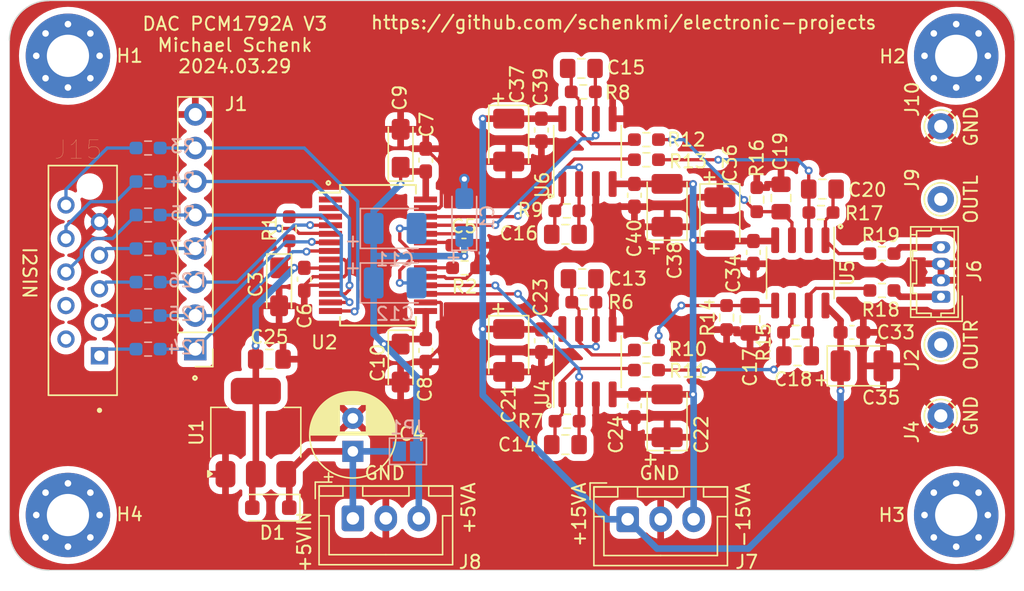
<source format=kicad_pcb>
(kicad_pcb (version 20240108) (generator "pcbnew") (generator_version "8.0")
  (layers (0 "F.Cu" mixed) (31 "B.Cu" mixed) (34 "B.Paste" user) (35 "F.Paste" user) (36 "B.SilkS" user "B.Silkscreen") (37 "F.SilkS" user "F.Silkscreen") (38 "B.Mask" user) (39 "F.Mask" user) (44 "Edge.Cuts" user))
  (net 0 "")
  (net 1 "GND")
  (net 2 "+3V3")
  (net 3 "MCLK")
  (net 4 "BCK")
  (net 5 "LRCK")
  (net 6 "DATAIN")
  (net 7 "+5VA")
  (net 8 "-15V")
  (net 9 "+15V")
  (net 10 "/+5VIN")
  (net 11 "Net-(U2-VCOML)")
  (net 12 "Net-(U2-VCOMR)")
  (net 13 "Net-(U2-IOUTR+)")
  (net 14 "Net-(C13-Pad1)")
  (net 15 "Net-(U2-IOUTR-)")
  (net 16 "Net-(C14-Pad1)")
  (net 17 "Net-(U2-IOUTL+)")
  (net 18 "Net-(C15-Pad1)")
  (net 19 "Net-(U2-IOUTL-)")
  (net 20 "Net-(C16-Pad1)")
  (net 21 "Net-(U5B-+)")
  (net 22 "Net-(U5B--)")
  (net 23 "Net-(U5A-+)")
  (net 24 "Net-(U5A--)")
  (net 25 "Net-(J15-Pad10)")
  (net 26 "RESET")
  (net 27 "SCL")
  (net 28 "SDA")
  (net 29 "Net-(J15-Pad8)")
  (net 30 "Net-(C18-Pad2)")
  (net 31 "Net-(C20-Pad2)")
  (net 32 "Net-(J15-Pad6)")
  (net 33 "Net-(J2-Pin_1)")
  (net 34 "Net-(J6-Pin_4)")
  (net 37 "Net-(U2-MSEL)")
  (net 38 "Net-(U2-IREF)")
  (net 41 "Net-(J15-Pad5)")
  (net 42 "Net-(J15-Pad7)")
  (net 43 "Net-(J15-Pad3)")
  (net 44 "Net-(J15-Pad1)")
  (footprint "MountingHole:MountingHole_3.2mm_M3_Pad_Via" (layer "F.Cu") (at 113.03 71.882)
    (property "Reference" "H1")
    (property "Value" "MountingHole")
  )
  (footprint "MountingHole:MountingHole_3.2mm_M3_Pad_Via" (layer "F.Cu") (at 113.03 106.68)
    (property "Reference" "H4")
    (property "Value" "MountingHole")
  )
  (footprint "kicad-snk:TE_CONN_RCPT_10POS_0.1_TIN_PCB" (layer "F.Cu") (at 115.421 94.615 90)
    (property "Reference" "J15")
    (property "Value" "A")
  )
  (footprint "MountingHole:MountingHole_3.2mm_M3_Pad_Via" (layer "F.Cu") (at 180.34 106.68)
    (property "Reference" "H3")
    (property "Value" "MountingHole")
  )
  (footprint "MountingHole:MountingHole_3.2mm_M3_Pad_Via" (layer "F.Cu") (at 180.34 71.882)
    (property "Reference" "H2")
    (property "Value" "MountingHole")
  )
  (footprint "Connector_Pin:Pin_D1.0mm_L10.0mm" (layer "F.Cu") (at 179.1716 77.2287)
    (property "Reference" "J10")
    (property "Value" "GNDL")
  )
  (footprint "Capacitor_Tantalum_SMD:CP_EIA-3528-21_Kemet-B_Pad1.50x2.35mm_HandSolder" (layer "F.Cu") (at 173.202 95.377)
    (property "Reference" "C35")
    (property "Value" "10uF/20V")
  )
  (footprint "Capacitor_Tantalum_SMD:CP_EIA-3528-21_Kemet-B_Pad1.50x2.35mm_HandSolder" (layer "F.Cu") (at 162.433 84.227 -90)
    (property "Reference" "C36")
    (property "Value" "10uF/20V")
  )
  (footprint "Capacitor_SMD:C_0603_1608Metric_Pad1.08x0.95mm_HandSolder" (layer "F.Cu") (at 172.4395 92.837)
    (property "Reference" "C33")
    (property "Value" "100nF")
  )
  (footprint "Capacitor_SMD:C_0603_1608Metric_Pad1.08x0.95mm_HandSolder" (layer "F.Cu") (at 164.973 86.778 90)
    (property "Reference" "C34")
    (property "Value" "100nF")
  )
  (footprint "Capacitor_Tantalum_SMD:CP_EIA-3528-21_Kemet-B_Pad1.50x2.35mm_HandSolder" (layer "F.Cu") (at 146.431 78.2695 -90)
    (property "Reference" "C37")
    (property "Value" "10uF/20V")
  )
  (footprint "Package_SO:SOIC-8_3.9x4.9mm_P1.27mm" (layer "F.Cu") (at 152.4 79.1225 90)
    (property "Reference" "U6")
    (property "Value" "OPA1612")
  )
  (footprint "Capacitor_SMD:C_0603_1608Metric_Pad1.08x0.95mm_HandSolder" (layer "F.Cu") (at 155.956 82.4495 90)
    (property "Reference" "C40")
    (property "Value" "100nF")
  )
  (footprint "Capacitor_SMD:C_0603_1608Metric_Pad1.08x0.95mm_HandSolder" (layer "F.Cu") (at 148.9075 77.507 -90)
    (property "Reference" "C39")
    (property "Value" "100nF")
  )
  (footprint "Capacitor_Tantalum_SMD:CP_EIA-3528-21_Kemet-B_Pad1.50x2.35mm_HandSolder" (layer "F.Cu") (at 158.4325 83.211 90)
    (property "Reference" "C38")
    (property "Value" "10uF/20V")
  )
  (footprint "Connector_Pin:Pin_D1.0mm_L10.0mm" (layer "F.Cu") (at 179.1716 82.7532)
    (property "Reference" "J9")
    (property "Value" "OUTL")
  )
  (footprint "Capacitor_SMD:C_0805_2012Metric_Pad1.18x1.45mm_HandSolder" (layer "F.Cu") (at 151.9975 88.773)
    (property "Reference" "C13")
    (property "Value" "2200pF/2%")
  )
  (footprint "Capacitor_SMD:C_0805_2012Metric_Pad1.18x1.45mm_HandSolder" (layer "F.Cu") (at 150.7275 101.346)
    (property "Reference" "C14")
    (property "Value" "2200pF/2%")
  )
  (footprint "Capacitor_SMD:C_0805_2012Metric_Pad1.18x1.45mm_HandSolder" (layer "F.Cu") (at 151.934 72.8345)
    (property "Reference" "C15")
    (property "Value" "2200pF/2%")
  )
  (footprint "Capacitor_SMD:C_0805_2012Metric_Pad1.18x1.45mm_HandSolder" (layer "F.Cu") (at 150.7275 85.4075)
    (property "Reference" "C16")
    (property "Value" "2200pF/2%")
  )
  (footprint "Capacitor_Tantalum_SMD:CP_EIA-3528-21_Kemet-B_Pad1.50x2.35mm_HandSolder" (layer "F.Cu") (at 146.431 94.208 -90)
    (property "Reference" "C21")
    (property "Value" "10uF/20V")
  )
  (footprint "Capacitor_Tantalum_SMD:CP_EIA-3528-21_Kemet-B_Pad1.50x2.35mm_HandSolder" (layer "F.Cu") (at 158.4325 99.161 90)
    (property "Reference" "C22")
    (property "Value" "10uF/20V")
  )
  (footprint "Capacitor_SMD:C_0603_1608Metric_Pad1.08x0.95mm_HandSolder" (layer "F.Cu") (at 148.9075 93.472 -90)
    (property "Reference" "C23")
    (property "Value" "100nF")
  )
  (footprint "Capacitor_SMD:C_0603_1608Metric_Pad1.08x0.95mm_HandSolder" (layer "F.Cu") (at 155.956 98.3985 90)
    (property "Reference" "C24")
    (property "Value" "100nF")
  )
  (footprint "Connector_PinHeader_2.54mm:PinHeader_1x08_P2.54mm_Vertical" (layer "F.Cu") (at 122.682 94.107 180)
    (property "Reference" "J1")
    (property "Value" "DEBUG")
  )
  (footprint "Connector_Pin:Pin_D1.0mm_L10.0mm" (layer "F.Cu") (at 179.1716 99.1616)
    (property "Reference" "J4")
    (property "Value" "GNDR")
  )
  (footprint "Resistor_SMD:R_0603_1608Metric_Pad0.98x0.95mm_HandSolder" (layer "F.Cu") (at 129.794 84.9865 90)
    (property "Reference" "R1")
    (property "Value" "4k7")
  )
  (footprint "Resistor_SMD:R_0603_1608Metric_Pad0.98x0.95mm_HandSolder" (layer "F.Cu") (at 143.089 87.9475 180)
    (property "Reference" "R2")
    (property "Value" "10k/0.1%")
  )
  (footprint "Resistor_SMD:R_0603_1608Metric_Pad0.98x0.95mm_HandSolder" (layer "F.Cu") (at 152.1225 90.551)
    (property "Reference" "R6")
    (property "Value" "750R/0.1%")
  )
  (footprint "Resistor_SMD:R_0603_1608Metric_Pad0.98x0.95mm_HandSolder" (layer "F.Cu") (at 150.8525 99.568)
    (property "Reference" "R7")
    (property "Value" "750R/0.1%")
  )
  (footprint "Resistor_SMD:R_0603_1608Metric_Pad0.98x0.95mm_HandSolder" (layer "F.Cu") (at 152.0825 74.6125)
    (property "Reference" "R8")
    (property "Value" "750R/0.1%")
  )
  (footprint "Resistor_SMD:R_0603_1608Metric_Pad0.98x0.95mm_HandSolder" (layer "F.Cu") (at 150.836 83.6295)
    (property "Reference" "R9")
    (property "Value" "750R/0.1%")
  )
  (footprint "Resistor_SMD:R_0603_1608Metric_Pad0.98x0.95mm_HandSolder" (layer "F.Cu") (at 156.8685 94.1705 180)
    (property "Reference" "R10")
    (property "Value" "560R/0.1%")
  )
  (footprint "Resistor_SMD:R_0603_1608Metric_Pad0.98x0.95mm_HandSolder" (layer "F.Cu") (at 156.8685 95.6945 180)
    (property "Reference" "R11")
    (property "Value" "560R/0.1%")
  )
  (footprint "Resistor_SMD:R_0603_1608Metric_Pad0.98x0.95mm_HandSolder" (layer "F.Cu") (at 156.8685 78.232 180)
    (property "Reference" "R12")
    (property "Value" "560R/0.1%")
  )
  (footprint "Resistor_SMD:R_0603_1608Metric_Pad0.98x0.95mm_HandSolder" (layer "F.Cu") (at 156.8685 79.756 180)
    (property "Reference" "R13")
    (property "Value" "560R/0.1%")
  )
  (footprint "Resistor_SMD:R_0603_1608Metric_Pad0.98x0.95mm_HandSolder" (layer "F.Cu") (at 174.712 89.662 180)
    (property "Reference" "R18")
    (property "Value" "100R/0.1%")
  )
  (footprint "Resistor_SMD:R_0603_1608Metric_Pad0.98x0.95mm_HandSolder" (layer "F.Cu") (at 174.712 86.868 180)
    (property "Reference" "R19")
    (property "Value" "100R/0.1%")
  )
  (footprint "Package_SO:SOIC-8_3.9x4.9mm_P1.27mm" (layer "F.Cu") (at 168.529 88.3285 -90)
    (property "Reference" "U5")
    (property "Value" "OPA1612")
  )
  (footprint "Package_SO:SOIC-8_3.9x4.9mm_P1.27mm" (layer "F.Cu") (at 152.4 95.0595 90)
    (property "Reference" "U4")
    (property "Value" "OPA1612")
  )
  (footprint "Capacitor_SMD:C_0805_2012Metric_Pad1.18x1.45mm_HandSolder" (layer "F.Cu") (at 164.719 91.8425 90)
    (property "Reference" "C17")
    (property "Value" "2700pF/2%")
  )
  (footprint "Capacitor_SMD:C_0805_2012Metric_Pad1.18x1.45mm_HandSolder" (layer "F.Cu") (at 168.32 94.615)
    (property "Reference" "C18")
    (property "Value" "2700pF/2%")
  )
  (footprint "Capacitor_SMD:C_0805_2012Metric_Pad1.18x1.45mm_HandSolder" (layer "F.Cu") (at 167.0685 82.6555 -90)
    (property "Reference" "C19")
    (property "Value" "2700pF/2%")
  )
  (footprint "Capacitor_SMD:C_0805_2012Metric_Pad1.18x1.45mm_HandSolder" (layer "F.Cu") (at 170.2015 81.9785)
    (property "Reference" "C20")
    (property "Value" "2700pF/2%")
  )
  (footprint "Resistor_SMD:R_0603_1608Metric_Pad0.98x0.95mm_HandSolder" (layer "F.Cu") (at 162.941 91.7175 90)
    (property "Reference" "R14")
    (property "Value" "270R/0.1%")
  )
  (footprint "Resistor_SMD:R_0603_1608Metric_Pad0.98x0.95mm_HandSolder" (layer "F.Cu") (at 168.1715 92.837)
    (property "Reference" "R15")
    (property "Value" "270R/0.1%")
  )
  (footprint "Resistor_SMD:R_0603_1608Metric_Pad0.98x0.95mm_HandSolder" (layer "F.Cu") (at 165.227 82.7805 -90)
    (property "Reference" "R16")
    (property "Value" "270R/0.1%")
  )
  (footprint "Resistor_SMD:R_0603_1608Metric_Pad0.98x0.95mm_HandSolder" (layer "F.Cu") (at 170.093 83.7565)
    (property "Reference" "R17")
    (property "Value" "270R/0.1%")
  )
  (footprint "Capacitor_SMD:C_0603_1608Metric_Pad1.08x0.95mm_HandSolder" (layer "F.Cu") (at 140.1445 79.7825 90)
    (property "Reference" "C7")
    (property "Value" "100nF")
  )
  (footprint "Capacitor_SMD:C_0603_1608Metric_Pad1.08x0.95mm_HandSolder" (layer "F.Cu") (at 140.1445 94.2075 -90)
    (property "Reference" "C8")
    (property "Value" "100nF")
  )
  (footprint "Capacitor_Tantalum_SMD:CP_EIA-3216-18_Kemet-A_Pad1.58x1.35mm_HandSolder" (layer "F.Cu") (at 138.2395 78.89 90)
    (property "Reference" "C9")
    (property "Value" "10uF/10V")
  )
  (footprint "Capacitor_Tantalum_SMD:CP_EIA-3216-18_Kemet-A_Pad1.58x1.35mm_HandSolder" (layer "F.Cu") (at 138.2395 95.1635 -90)
    (property "Reference" "C10")
    (property "Value" "10uF/10V")
  )
  (footprint "Package_SO:SSOP-28_5.3x10.2mm_P0.65mm" (layer "F.Cu") (at 136.525 86.995)
    (property "Reference" "U2")
    (property "Value" "PCM1792A")
  )
  (footprint "Capacitor_Tantalum_SMD:CP_EIA-3216-18_Kemet-A_Pad1.58x1.35mm_HandSolder" (layer "F.Cu") (at 129.032 89.385 -90)
    (property "Reference" "C3")
    (property "Value" "10uF/10V")
  )
  (footprint "Capacitor_SMD:C_0603_1608Metric_Pad1.08x0.95mm_HandSolder" (layer "F.Cu") (at 143.039 86.233)
    (property "Reference" "C5")
    (property "Value" "100nF")
  )
  (footprint "Capacitor_SMD:C_0603_1608Metric_Pad1.08x0.95mm_HandSolder" (layer "F.Cu") (at 130.937 88.81 -90)
    (property "Reference" "C6")
    (property "Value" "100nF")
  )
  (footprint "Connector_Pin:Pin_D1.0mm_L10.0mm" (layer "F.Cu") (at 179.1716 93.7641)
    (property "Reference" "J2")
    (property "Value" "OUTR")
  )
  (footprint "Connector_JST:JST_XH_B3B-XH-A_1x03_P2.50mm_Vertical" (layer "F.Cu") (at 155.445 107)
    (property "Reference" "J7")
    (property "Value" "+15/-15VAIN")
  )
  (footprint "Diode_SMD:D_SOD-123F" (layer "F.Cu") (at 128.4 106.122 180)
    (property "Reference" "D1")
    (property "Value" "SM4002PL-TP")
  )
  (footprint "Connector_JST:JST_XH_B3B-XH-A_1x03_P2.50mm_Vertical" (layer "F.Cu") (at 134.62 106.934)
    (property "Reference" "J8")
    (property "Value" "+5VIN/+5VAIN")
  )
  (footprint "Capacitor_THT:CP_Radial_D6.3mm_P2.50mm" (layer "F.Cu") (at 134.62 101.854 90)
    (property "Reference" "C4")
    (property "Value" "220uF/10V")
  )
  (footprint "Connector_Hirose:Hirose_DF13-04P-1.25DSA_1x04_P1.25mm_Vertical" (layer "F.Cu") (at 179.189 90.14 90)
    (property "Reference" "J6")
    (property "Value" "Conn_01x04")
  )
  (footprint "Package_TO_SOT_SMD:SOT-223-3_TabPin2" (layer "F.Cu") (at 127.268 100.432 90)
    (property "Reference" "U1")
    (property "Value" "TLV1117-33")
  )
  (footprint "Capacitor_SMD:C_0805_2012Metric_Pad1.18x1.45mm_HandSolder" (layer "F.Cu") (at 128.2915 94.869)
    (property "Reference" "C25")
    (property "Value" "1uF/50V")
  )
  (footprint "Resistor_SMD:R_0603_1608Metric_Pad0.98x0.95mm_HandSolder" (layer "B.Cu") (at 119.1025 94.107)
    (property "Reference" "R24")
    (property "Value" "33R")
  )
  (footprint "Resistor_SMD:R_0603_1608Metric_Pad0.98x0.95mm_HandSolder" (layer "B.Cu") (at 119.1025 91.567)
    (property "Reference" "R25")
    (property "Value" "33R")
  )
  (footprint "Resistor_SMD:R_0603_1608Metric_Pad0.98x0.95mm_HandSolder" (layer "B.Cu") (at 119.1025 89.027)
    (property "Reference" "R26")
    (property "Value" "33R")
  )
  (footprint "Resistor_SMD:R_0603_1608Metric_Pad0.98x0.95mm_HandSolder" (layer "B.Cu") (at 119.1025 78.867 180)
    (property "Reference" "R3")
    (property "Value" "33R")
  )
  (footprint "Resistor_SMD:R_0603_1608Metric_Pad0.98x0.95mm_HandSolder" (layer "B.Cu") (at 119.1025 81.407 180)
    (property "Reference" "R4")
    (property "Value" "33R")
  )
  (footprint "Resistor_SMD:R_0603_1608Metric_Pad0.98x0.95mm_HandSolder" (layer "B.Cu") (at 119.1025 83.947 180)
    (property "Reference" "R5")
    (property "Value" "33R")
  )
  (footprint "Resistor_SMD:R_0603_1608Metric_Pad0.98x0.95mm_HandSolder" (layer "B.Cu") (at 119.1025 86.487)
    (property "Reference" "R27")
    (property "Value" "33R")
  )
  (footprint "Capacitor_Tantalum_SMD:CP_EIA-3528-12_Kemet-T_Pad1.50x2.35mm_HandSolder" (layer "B.Cu") (at 137.821 84.963)
    (property "Reference" "C11")
    (property "Value" "47uF/10V")
  )
  (footprint "Capacitor_Tantalum_SMD:CP_EIA-3528-12_Kemet-T_Pad1.50x2.35mm_HandSolder" (layer "B.Cu") (at 137.821 89.0905)
    (property "Reference" "C12")
    (property "Value" "47uF/10V")
  )
  (footprint "Capacitor_Tantalum_SMD:CP_EIA-3216-18_Kemet-A_Pad1.58x1.35mm_HandSolder" (layer "B.Cu") (at 143.0655 84.1375 90)
    (property "Reference" "C1")
    (property "Value" "10uF/10V")
  )
  (footprint "Jumper:SolderJumper-2_P1.3mm_Open_Pad1.0x1.5mm" (layer "B.Cu") (at 138.796 101.854 180)
    (property "Reference" "JP1")
    (property "Value" "SolderJumper_2_Open")
  )
  (gr_line (start 108.59533 107.86067) (end 108.595316 70.701316) (stroke (width 0.05)) (layer "Edge.Cuts"))
  (gr_arc (start 108.595316 70.701316) (mid 109.474 68.58) (end 111.595316 67.701316) (stroke (width 0.1)) (layer "Edge.Cuts"))
  (gr_line (start 111.595316 67.701316) (end 181.77468 67.70132) (stroke (width 0.05)) (layer "Edge.Cuts"))
  (gr_line (start 184.77468 70.70132) (end 184.77467 107.86067) (stroke (width 0.05)) (layer "Edge.Cuts"))
  (gr_arc (start 181.77468 67.70132) (mid 183.896 68.58) (end 184.77468 70.70132) (stroke (width 0.1)) (layer "Edge.Cuts"))
  (gr_arc (start 111.59533 110.86067) (mid 109.474 109.982) (end 108.59533 107.86067) (stroke (width 0.1)) (layer "Edge.Cuts"))
  (gr_arc (start 184.77467 107.86067) (mid 183.896 109.982) (end 181.77467 110.86067) (stroke (width 0.1)) (layer "Edge.Cuts"))
  (gr_line (start 181.77467 110.86067) (end 111.59533 110.86067) (stroke (width 0.05)) (layer "Edge.Cuts"))
  (gr_text "+" (at 133.9088 86.4616 0) (layer "B.SilkS") (effects (font (size 1 1)) (justify left bottom)))
  (gr_text "+" (at 133.9088 88.4936 0) (layer "B.SilkS") (effects (font (size 1 1)) (justify left bottom)))
  (gr_text "+" (at 141.5288 87.6808 0) (layer "B.SilkS") (effects (font (size 1 1)) (justify left bottom)))
  (gr_text "I2SIN" (at 110.109 88.3285 270) (layer "F.SilkS") (effects (font (size 1 1))))
  (gr_text "+5VA" (at 143.383 106.172 90) (layer "F.SilkS") (effects (font (size 1 1))))
  (gr_text "GND" (at 157.861 103.505 0) (layer "F.SilkS") (effects (font (size 1 1))))
  (gr_text "-15VA" (at 164.211 106.68 90) (layer "F.SilkS") (effects (font (size 1 1))))
  (gr_text "+15VA" (at 151.765 106.650162 90) (layer "F.SilkS") (effects (font (size 1 1))))
  (gr_text "DAC PCM1792A V3\nMichael Schenk\n2024.03.29" (at 125.6792 71.0692 0) (layer "F.SilkS") (effects (font (size 1 1))))
  (gr_text "GND" (at 181.4576 77.2287 90) (layer "F.SilkS") (effects (font (size 1 1))))
  (gr_text "OUTR" (at 181.4576 93.7768 90) (layer "F.SilkS") (effects (font (size 1 1))))
  (gr_text "GND" (at 181.4576 99.1616 90) (layer "F.SilkS") (effects (font (size 1 1))))
  (gr_text "OUTL" (at 181.4576 82.7532 90) (layer "F.SilkS") (effects (font (size 1 1))))
  (gr_text "+" (at 160.923 81.592 0) (layer "F.SilkS") (effects (font (size 1 1)) (justify left bottom)))
  (gr_text "GND" (at 137.033 103.505 0) (layer "F.SilkS") (effects (font (size 1 1))))
  (gr_text "°" (at 132.2832 82.4992 0) (layer "F.SilkS") (effects (font (size 1 1)) (justify left bottom)))
  (gr_text "°" (at 171.0944 85.8012 0) (layer "F.SilkS") (effects (font (size 1 1)) (justify left bottom)))
  (gr_text "°" (at 148.9964 99.3648 0) (layer "F.SilkS") (effects (font (size 1 1)) (justify left bottom)))
  (gr_text "+" (at 144.921 91.573 0) (layer "F.SilkS") (effects (font (size 1 1)) (justify left bottom)))
  (gr_text "+" (at 144.921 75.6345 0) (layer "F.SilkS") (effects (font (size 1 1)) (justify left bottom)))
  (gr_text "+" (at 156.718 86.995 0) (layer "F.SilkS") (effects (font (size 1 1)) (justify left bottom)))
  (gr_text "https://github.com/schenkmi/electronic-projects" (at 155.141773 69.363204 0) (layer "F.SilkS") (effects (font (size 1 1))))
  (gr_text "+5VIN" (at 130.937 108.712 90) (layer "F.SilkS") (effects (font (size 1 1))))
  (gr_text "°" (at 122.174 97.282 0) (layer "F.SilkS") (effects (font (size 1 1)) (justify left bottom)))
  (gr_text "+" (at 156.464 102.997 0) (layer "F.SilkS") (effects (font (size 1 1)) (justify left bottom)))
  (gr_text "°" (at 149.098 83.5152 0) (layer "F.SilkS") (effects (font (size 1 1)) (justify left bottom)))
  (gr_text "+" (at 169.418 96.9772 0) (layer "F.SilkS") (effects (font (size 1 1)) (justify left bottom)))
  (segment (start 141.325001 80.100501) (end 140.1445 78.92) (width 0.25) (layer "F.Cu") (net 1))
  (segment (start 140.125 85.37) (end 143.0385 85.37) (width 0.25) (layer "F.Cu") (net 1))
  (segment (start 132.925 88.62) (end 133.960002 88.62) (width 0.25) (layer "F.Cu") (net 1))
  (segment (start 134.125001 87.484999) (end 133.960002 87.32) (width 0.25) (layer "F.Cu") (net 1))
  (segment (start 132.925 89.27) (end 131.3395 89.27) (width 0.25) (layer "F.Cu") (net 1))
  (segment (start 141.160002 83.42) (end 141.325001 83.255001) (width 0.25) (layer "F.Cu") (net 1))
  (segment (start 140.125 90.57) (end 141.25 90.57) (width 0.25) (layer "F.Cu") (net 1))
  (segment (start 130.937 89.28051) (end 130.937 89.6725) (width 0.25) (layer "F.Cu") (net 1))
  (segment (start 143.20149 88.74751) (end 144.0015 87.9475) (width 0.25) (layer "F.Cu") (net 1))
  (segment (start 143.0385 85.37) (end 143.9015 86.233) (width 0.25) (layer "F.Cu") (net 1))
  (segment (start 133.960002 87.32) (end 132.925 87.32) (width 0.25) (layer "F.Cu") (net 1))
  (segment (start 141.325001 90.645001) (end 141.325001 93.889499) (width 0.25) (layer "F.Cu") (net 1))
  (segment (start 141.325001 93.889499) (end 140.1445 95.07) (width 0.25) (layer "F.Cu") (net 1))
  (segment (start 133.960002 88.62) (end 134.125001 88.455001) (width 0.25) (layer "F.Cu") (net 1))
  (segment (start 141.6935 88.74751) (end 143.20149 88.74751) (width 0.25) (layer "F.Cu") (net 1))
  (segment (start 132.925 88.62) (end 131.59751 88.62) (width 0.25) (layer "F.Cu") (net 1))
  (segment (start 140.125 88.62) (end 141.56599 88.62) (width 0.25) (layer "F.Cu") (net 1))
  (segment (start 131.3395 89.27) (end 130.937 89.6725) (width 0.25) (layer "F.Cu") (net 1))
  (segment (start 141.325001 83.255001) (end 141.325001 80.100501) (width 0.25) (layer "F.Cu") (net 1))
  (segment (start 140.125 83.42) (end 141.160002 83.42) (width 0.25) (layer "F.Cu") (net 1))
  (segment (start 134.125001 88.455001) (end 134.125001 87.484999) (width 0.25) (layer "F.Cu") (net 1))
  (segment (start 131.59751 88.62) (end 130.937 89.28051) (width 0.25) (layer "F.Cu") (net 1))
  (segment (start 141.25 90.57) (end 141.325001 90.645001) (width 0.25) (layer "F.Cu") (net 1))
  (segment (start 141.56599 88.62) (end 141.6935 88.74751) (width 0.25) (layer "F.Cu") (net 1))
  (via (at 143.0655 81.2165) (size 0.8) (drill 0.4) (layers "F.Cu" "B.Cu") (net 1))
  (segment (start 143.0655 82.7) (end 143.0655 81.2165) (width 0.5) (layer "B.Cu") (net 1))
  (segment (start 129.794 85.899) (end 129.794 87.1855) (width 0.25) (layer "F.Cu") (net 2))
  (segment (start 129.794 87.1855) (end 129.032 87.9475) (width 0.25) (layer "F.Cu") (net 2))
  (segment (start 130.175 87.9475) (end 129.032 87.9475) (width 0.25) (layer "F.Cu") (net 2))
  (segment (start 130.937 87.9475) (end 130.175 87.9475) (width 0.25) (layer "F.Cu") (net 2))
  (segment (start 132.925 87.97) (end 130.9595 87.97) (width 0.25) (layer "F.Cu") (net 2))
  (segment (start 127.268 103.582) (end 127.268 97.282) (width 0.5) (layer "F.Cu") (net 2))
  (segment (start 127.268 94.883) (end 127.254 94.869) (width 0.5) (layer "F.Cu") (net 2))
  (segment (start 127.268 97.282) (end 127.268 94.883) (width 0.5) (layer "F.Cu") (net 2))
  (segment (start 127 106.122) (end 127 103.85) (width 0.5) (layer "F.Cu") (net 2))
  (segment (start 127.254 94.869) (end 127.254 93.853) (width 0.5) (layer "F.Cu") (net 2))
  (segment (start 130.9595 87.97) (end 130.937 87.9475) (width 0.25) (layer "F.Cu") (net 2))
  (segment (start 127 103.85) (end 127.268 103.582) (width 0.5) (layer "F.Cu") (net 2))
  (via (at 130.175 87.9475) (size 0.6) (drill 0.3) (layers "F.Cu" "B.Cu") (net 2))
  (via (at 127.254 93.853) (size 0.6) (drill 0.3) (layers "F.Cu" "B.Cu") (net 2))
  (segment (start 127.254 90.8685) (end 130.175 87.9475) (width 0.5) (layer "B.Cu") (net 2))
  (segment (start 127.254 93.853) (end 127.254 90.8685) (width 0.5) (layer "B.Cu") (net 2))
  (segment (start 131.157919 86.67) (end 131.107564 86.720355) (width 0.25) (layer "F.Cu") (net 3))
  (segment (start 132.925 86.67) (end 131.157919 86.67) (width 0.25) (layer "F.Cu") (net 3))
  (via (at 131.107564 86.720355) (size 0.6) (drill 0.3) (layers "F.Cu" "B.Cu") (net 3))
  (segment (start 122.683396 94.107) (end 122.682 94.107) (width 0.25) (layer "B.Cu") (net 3))
  (segment (start 122.682 94.107) (end 120.015 94.107) (width 0.25) (layer "B.Cu") (net 3))
  (segment (start 131.107564 86.720355) (end 130.070041 86.720355) (width 0.25) (layer "B.Cu") (net 3))
  (segment (start 130.070041 86.720355) (end 122.683396 94.107) (width 0.25) (layer "B.Cu") (net 3))
  (segment (start 132.925 86.02) (end 131.5495 86.02) (width 0.25) (layer "F.Cu") (net 4))
  (segment (start 131.5495 86.02) (end 131.5085 85.979) (width 0.25) (layer "F.Cu") (net 4))
  (via (at 131.5085 85.979) (size 0.6) (drill 0.3) (layers "F.Cu" "B.Cu") (net 4))
  (segment (start 122.682 91.567) (end 120.015 91.567) (width 0.25) (layer "B.Cu") (net 4))
  (segment (start 129.53628 85.979) (end 123.94828 91.567) (width 0.25) (layer "B.Cu") (net 4))
  (segment (start 123.94828 91.567) (end 122.682 91.567) (width 0.25) (layer "B.Cu") (net 4))
  (segment (start 131.5085 85.979) (end 129.53628 85.979) (width 0.25) (layer "B.Cu") (net 4))
  (segment (start 132.925 84.72) (end 131.3925 84.72) (width 0.25) (layer "F.Cu") (net 5))
  (segment (start 131.3925 84.72) (end 131.3815 84.709) (width 0.25) (layer "F.Cu") (net 5))
  (via (at 131.3815 84.709) (size 0.6) (drill 0.3) (layers "F.Cu" "B.Cu") (net 5))
  (segment (start 122.682 89.027) (end 120.015 89.027) (width 0.25) (layer "B.Cu") (net 5))
  (segment (start 122.682 89.027) (end 125.851884 89.027) (width 0.25) (layer "B.Cu") (net 5))
  (segment (start 130.169884 84.709) (end 131.3815 84.709) (width 0.25) (layer "B.Cu") (net 5))
  (segment (start 125.851884 89.027) (end 130.169884 84.709) (width 0.25) (layer "B.Cu") (net 5))
  (segment (start 130.546 85.334) (end 130.175 84.963) (width 0.25) (layer "F.Cu") (net 6))
  (segment (start 132.925 85.37) (end 132.889 85.334) (width 0.25) (layer "F.Cu") (net 6))
  (segment (start 130.175 84.963) (end 129.032 84.963) (width 0.25) (layer "F.Cu") (net 6))
  (segment (start 132.889 85.334) (end 130.546 85.334) (width 0.25) (layer "F.Cu") (net 6))
  (via (at 129.032 84.963) (size 0.6) (drill 0.3) (layers "F.Cu" "B.Cu") (net 6))
  (segment (start 122.682 86.487) (end 120.015 86.487) (width 0.25) (layer "B.Cu") (net 6))
  (segment (start 124.206 84.963) (end 122.682 86.487) (width 0.25) (layer "B.Cu") (net 6))
  (segment (start 129.032 84.963) (end 124.206 84.963) (width 0.25) (layer "B.Cu") (net 6))
  (segment (start 140.125 86.02) (end 141.9635 86.02) (width 0.25) (layer "F.Cu") (net 7))
  (segment (start 136.9695 93.726) (end 138.2395 93.726) (width 0.5) (layer "F.Cu") (net 7))
  (segment (start 141.9635 86.02) (end 142.1765 86.233) (width 0.25) (layer "F.Cu") (net 7))
  (segment (start 140.1445 93.345) (end 138.6205 93.345) (width 0.5) (layer "F.Cu") (net 7))
  (segment (start 140.1445 80.645) (end 138.557 80.645) (width 0.5) (layer "F.Cu") (net 7))
  (segment (start 140.1445 91.2395) (end 140.125 91.22) (width 0.25) (layer "F.Cu") (net 7))
  (segment (start 140.1475 86.0425) (end 140.125 86.02) (width 0.25) (layer "F.Cu") (net 7))
  (segment (start 138.2395 81.5975) (end 138.2395 80.3275) (width 0.25) (layer "F.Cu") (net 7))
  (segment (start 140.1445 82.7255) (end 140.125 82.745) (width 0.5) (layer "F.Cu") (net 7))
  (segment (start 138.557 80.645) (end 138.2395 80.3275) (width 0.5) (layer "F.Cu") (net 7))
  (segment (start 140.1445 93.345) (end 140.1445 91.245) (width 0.5) (layer "F.Cu") (net 7))
  (segment (start 140.1445 91.245) (end 140.125 91.245) (width 0.5) (layer "F.Cu") (net 7))
  (segment (start 140.125 80.6645) (end 140.1445 80.645) (width 0.25) (layer "F.Cu") (net 7))
  (segment (start 140.1445 80.645) (end 140.1445 82.7255) (width 0.5) (layer "F.Cu") (net 7))
  (segment (start 138.6205 93.345) (end 138.2395 93.726) (width 0.5) (layer "F.Cu") (net 7))
  (segment (start 142.1765 86.233) (end 142.24 86.233) (width 0.25) (layer "F.Cu") (net 7))
  (segment (start 142.24 86.233) (end 143.0655 87.0585) (width 0.25) (layer "F.Cu") (net 7))
  (via (at 143.0655 87.0585) (size 0.6) (drill 0.3) (layers "F.Cu" "B.Cu") (net 7))
  (via (at 136.9695 93.726) (size 0.6) (drill 0.3) (layers "F.Cu" "B.Cu") (net 7))
  (via (at 138.2395 81.5975) (size 0.6) (drill 0.3) (layers "F.Cu" "B.Cu") (net 7))
  (segment (start 139.62 106.934) (end 139.62 102.028) (width 0.5) (layer "B.Cu") (net 7))
  (segment (start 136.196 89.0905) (end 136.196 92.9525) (width 0.5) (layer "B.Cu") (net 7))
  (segment (start 136.196 83.641) (end 138.2395 81.5975) (width 0.5) (layer "B.Cu") (net 7))
  (segment (start 136.2075 87.0585) (end 136.196 87.07) (width 0.25) (layer "B.Cu") (net 7))
  (segment (start 136.144 89.1425) (end 136.196 89.0905) (width 0.25) (layer "B.Cu") (net 7))
  (segment (start 139.446 101.854) (end 139.446 96.2025) (width 0.5) (layer "B.Cu") (net 7))
  (segment (start 136.196 84.963) (end 136.196 83.641) (width 0.5) (layer "B.Cu") (net 7))
  (segment (start 136.196 89.0905) (end 136.196 84.963) (width 0.5) (layer "B.Cu") (net 7))
  (segment (start 139.446 96.2025) (end 136.9695 93.726) (width 0.5) (layer "B.Cu") (net 7))
  (segment (start 136.2075 89.102) (end 136.196 89.0905) (width 0.5) (layer "B.Cu") (net 7))
  (segment (start 136.196 92.9525) (end 136.9695 93.726) (width 0.5) (layer "B.Cu") (net 7))
  (segment (start 143.0655 87.0585) (end 143.0655 85.575) (width 0.5) (layer "B.Cu") (net 7))
  (segment (start 143.0655 87.0585) (end 136.2075 87.0585) (width 0.5) (layer "B.Cu") (net 7))
  (segment (start 139.62 102.028) (end 139.446 101.854) (width 0.5) (layer "B.Cu") (net 7))
  (segment (start 155.9545 97.5345) (end 155.956 97.536) (width 0.25) (layer "F.Cu") (net 8))
  (segment (start 154.3065 97.536) (end 154.305 97.5345) (width 0.5) (layer "F.Cu") (net 8))
  (segment (start 166.5885 85.889) (end 166.624 85.8535) (width 0.25) (layer "F.Cu") (net 8))
  (segment (start 162.47 85.889) (end 162.433 85.852) (width 0.25) (layer "F.Cu") (net 8))
  (segment (start 166.562 85.9155) (end 166.624 85.8535) (width 0.5) (layer "F.Cu") (net 8))
  (segment (start 158.4325 97.536) (end 160.401 97.536) (width 0.5) (layer "F.Cu") (net 8))
  (segment (start 165.035 85.8535) (end 164.973 85.9155) (width 0.25) (layer "F.Cu") (net 8))
  (segment (start 162.4965 85.9155) (end 162.433 85.852) (width 0.5) (layer "F.Cu") (net 8))
  (segment (start 164.973 85.9155) (end 162.4965 85.9155) (width 0.5) (layer "F.Cu") (net 8))
  (segment (start 164.973 85.9155) (end 166.562 85.9155) (width 0.5) (layer "F.Cu") (net 8))
  (segment (start 154.3155 81.587) (end 154.305 81.5975) (width 0.5) (layer "F.Cu") (net 8))
  (segment (start 162.433 85.852) (end 160.401 85.852) (width 0.5) (layer "F.Cu") (net 8))
  (segment (start 158.444 81.5975) (end 158.4325 81.586) (width 0.5) (layer "F.Cu") (net 8))
  (segment (start 155.9455 81.5975) (end 155.956 81.587) (width 0.25) (layer "F.Cu") (net 8))
  (segment (start 158.4325 97.536) (end 155.956 97.536) (width 0.5) (layer "F.Cu") (net 8))
  (segment (start 155.956 97.536) (end 154.3065 97.536) (width 0.5) (layer "F.Cu") (net 8))
  (segment (start 158.4315 81.587) (end 158.4325 81.586) (width 0.25) (layer "F.Cu") (net 8))
  (segment (start 158.4325 81.586) (end 155.957 81.586) (width 0.5) (layer "F.Cu") (net 8))
  (segment (start 155.956 81.587) (end 154.3155 81.587) (width 0.5) (layer "F.Cu") (net 8))
  (segment (start 155.957 81.586) (end 155.956 81.587) (width 0.5) (layer "F.Cu") (net 8))
  (segment (start 160.401 81.5975) (end 158.444 81.5975) (width 0.5) (layer "F.Cu") (net 8))
  (via (at 160.401 81.5975) (size 0.6) (drill 0.3) (layers "F.Cu" "B.Cu") (net 8))
  (via (at 160.401 97.536) (size 0.6) (drill 0.3) (layers "F.Cu" "B.Cu") (net 8))
  (via (at 160.401 85.852) (size 0.6) (drill 0.3) (layers "F.Cu" "B.Cu") (net 8))
  (segment (start 160.401 97.536) (end 160.401 85.852) (width 0.5) (layer "B.Cu") (net 8))
  (segment (start 160.445 107) (end 160.445 97.58) (width 0.5) (layer "B.Cu") (net 8))
  (segment (start 160.401 85.852) (end 160.401 81.5975) (width 0.5) (layer "B.Cu") (net 8))
  (segment (start 160.445 97.58) (end 160.401 97.536) (width 0.5) (layer "B.Cu") (net 8))
  (segment (start 171.577 95.377) (end 171.577 97.282) (width 0.5) (layer "F.Cu") (net 9))
  (segment (start 148.9075 76.6445) (end 150.492 76.6445) (width 0.5) (layer "F.Cu") (net 9))
  (segment (start 148.881 92.583) (end 148.9075 92.6095) (width 0.25) (layer "F.Cu") (net 9))
  (segment (start 150.47 92.6095) (end 150.495 92.5845) (width 0.25) (layer "F.Cu") (net 9))
  (segment (start 146.431 92.583) (end 144.4625 92.583) (width 0.5) (layer "F.Cu") (net 9))
  (segment (start 150.495 92.5845) (end 148.9325 92.5845) (width 0.5) (layer "F.Cu") (net 9))
  (segment (start 171.577 92.837) (end 171.577 91.9465) (width 0.5) (layer "F.Cu") (net 9))
  (segment (start 148.9325 92.5845) (end 148.9075 92.6095) (width 0.5) (layer "F.Cu") (net 9))
  (segment (start 148.9075 92.6095) (end 146.4575 92.6095) (width 0.5) (layer "F.Cu") (net 9))
  (segment (start 148.9105 76.6475) (end 148.9075 76.6445) (width 0.25) (layer "F.Cu") (net 9))
  (segment (start 146.4575 92.6095) (end 146.431 92.583) (width 0.5) (layer "F.Cu") (net 9))
  (segment (start 150.492 76.6445) (end 150.495 76.6475) (width 0.5) (layer "F.Cu") (net 9))
  (segment (start 146.431 76.6445) (end 148.9075 76.6445) (width 0.5) (layer "F.Cu") (net 9))
  (segment (start 171.577 91.9465) (end 170.434 90.8035) (width 0.5) (layer "F.Cu") (net 9))
  (segment (start 146.431 76.6445) (end 144.4625 76.6445) (width 0.5) (layer "F.Cu") (net 9))
  (segment (start 171.577 95.377) (end 171.577 92.837) (width 0.5) (layer "F.Cu") (net 9))
  (via (at 171.577 97.282) (size 0.6) (drill 0.3) (layers "F.Cu" "B.Cu") (net 9))
  (via (at 144.4625 76.6445) (size 0.6) (drill 0.3) (layers "F.Cu" "B.Cu") (net 9))
  (via (at 144.4625 92.583) (size 0.6) (drill 0.3) (layers "F.Cu" "B.Cu") (net 9))
  (segment (start 155.445 107) (end 157.665 109.22) (width 0.5) (layer "B.Cu") (net 9))
  (segment (start 144.4625 92.583) (end 144.4625 76.6445) (width 0.5) (layer "B.Cu") (net 9))
  (segment (start 171.577 102.235) (end 171.577 97.282) (width 0.5) (layer "B.Cu") (net 9))
  (segment (start 144.4625 92.583) (end 144.4625 97.5995) (width 0.5) (layer "B.Cu") (net 9))
  (segment (start 164.592 109.22) (end 171.577 102.235) (width 0.5) (layer "B.Cu") (net 9))
  (segment (start 153.863 107) (end 155.445 107) (width 0.5) (layer "B.Cu") (net 9))
  (segment (start 144.4625 97.5995) (end 153.863 107) (width 0.5) (layer "B.Cu") (net 9))
  (segment (start 157.665 109.22) (end 164.592 109.22) (width 0.5) (layer "B.Cu") (net 9))
  (segment (start 129.8 103.814) (end 129.568 103.582) (width 0.5) (layer "F.Cu") (net 10))
  (segment (start 131.296 101.854) (end 129.568 103.582) (width 0.5) (layer "F.Cu") (net 10))
  (segment (start 129.8 106.122) (end 129.8 103.814) (width 0.5) (layer "F.Cu") (net 10))
  (segment (start 134.62 101.854) (end 131.296 101.854) (width 0.5) (layer "F.Cu") (net 10))
  (segment (start 134.62 101.854) (end 138.146 101.854) (width 0.5) (layer "B.Cu") (net 10))
  (segment (start 134.62 106.934) (end 134.62 101.854) (width 0.5) (layer "B.Cu") (net 10))
  (segment (start 140.125 86.67) (end 139 86.67) (width 0.25) (layer "F.Cu") (net 11))
  (segment (start 139 86.67) (end 138.176 85.846) (width 0.25) (layer "F.Cu") (net 11))
  (segment (start 138.176 85.846) (end 138.176 84.963) (width 0.25) (layer "F.Cu") (net 11))
  (via (at 138.176 84.963) (size 0.6) (drill 0.3) (layers "F.Cu" "B.Cu") (net 11))
  (segment (start 138.176 84.963) (end 139.446 84.963) (width 0.25) (layer "B.Cu") (net 11))
  (segment (start 138.176 88.144) (end 138.176 89.0905) (width 0.25) (layer "F.Cu") (net 12))
  (segment (start 140.125 87.32) (end 139 87.32) (width 0.25) (layer "F.Cu") (net 12))
  (segment (start 139 87.32) (end 138.176 88.144) (width 0.25) (layer "F.Cu") (net 12))
  (via (at 138.176 89.0905) (size 0.6) (drill 0.3) (layers "F.Cu" "B.Cu") (net 12))
  (segment (start 138.176 89.0905) (end 139.446 89.0905) (width 0.25) (layer "B.Cu") (net 12))
  (segment (start 147.1255 89.92) (end 147.1295 89.916) (width 0.25) (layer "F.Cu") (net 13))
  (segment (start 153.035 92.5845) (end 153.035 90.551) (width 0.25) (layer "F.Cu") (net 13))
  (segment (start 153.2255 88.5825) (end 153.289 88.519) (width 0.25) (layer "F.Cu") (net 13))
  (segment (start 140.125 89.92) (end 147.1255 89.92) (width 0.25) (layer "F.Cu") (net 13))
  (segment (start 153.035 92.964) (end 153.035 92.5845) (width 0.25) (layer "F.Cu") (net 13))
  (segment (start 140.129 89.916) (end 140.125 89.92) (width 0.25) (layer "F.Cu") (net 13))
  (segment (start 153.035 90.551) (end 153.035 88.773) (width 0.25) (layer "F.Cu") (net 13))
  (segment (start 153.035 92.5845) (end 153.035 93.9165) (width 0.25) (layer "F.Cu") (net 13))
  (via (at 153.035 93.9165) (size 0.6) (drill 0.3) (layers "F.Cu" "B.Cu") (net 13))
  (via (at 147.1295 89.916) (size 0.6) (drill 0.3) (layers "F.Cu" "B.Cu") (net 13))
  (segment (start 151.13 93.9165) (end 153.035 93.9165) (width 0.25) (layer "B.Cu") (net 13))
  (segment (start 147.1295 89.916) (end 151.13 93.9165) (width 0.25) (layer "B.Cu") (net 13))
  (segment (start 151.21 90.551) (end 151.21 89.023) (width 0.25) (layer "F.Cu") (net 14))
  (segment (start 155.584999 94.541501) (end 155.956 94.1705) (width 0.25) (layer "F.Cu") (net 14))
  (segment (start 151.765 93.571502) (end 152.734999 94.541501) (width 0.25) (layer "F.Cu") (net 14))
  (segment (start 152.734999 94.541501) (end 155.584999 94.541501) (width 0.25) (layer "F.Cu") (net 14))
  (segment (start 151.765 92.5845) (end 151.765 93.571502) (width 0.25) (layer "F.Cu") (net 14))
  (segment (start 151.21 89.023) (end 150.96 88.773) (width 0.25) (layer "F.Cu") (net 14))
  (segment (start 151.765 92.5845) (end 151.765 91.106) (width 0.25) (layer "F.Cu") (net 14))
  (segment (start 151.765 91.106) (end 151.21 90.551) (width 0.25) (layer "F.Cu") (net 14))
  (segment (start 151.765 92.961268) (end 151.765 92.5845) (width 0.25) (layer "F.Cu") (net 14))
  (segment (start 151.765 97.5345) (end 151.765 99.568) (width 0.25) (layer "F.Cu") (net 15))
  (segment (start 151.765 97.5345) (end 151.765 96.2025) (width 0.25) (layer "F.Cu") (net 15))
  (segment (start 140.136 89.281) (end 140.125 89.27) (width 0.25) (layer "F.Cu") (net 15))
  (segment (start 151.765 96.857736) (end 151.765 97.5345) (width 0.25) (layer "F.Cu") (net 15))
  (segment (start 151.765 101.346) (end 151.765 99.568) (width 0.25) (layer "F.Cu") (net 15))
  (segment (start 145.415 89.281) (end 140.136 89.281) (width 0.25) (layer "F.Cu") (net 15))
  (via (at 151.765 96.2025) (size 0.6) (drill 0.3) (layers "F.Cu" "B.Cu") (net 15))
  (via (at 145.415 89.281) (size 0.6) (drill 0.3) (layers "F.Cu" "B.Cu") (net 15))
  (segment (start 151.765 95.631) (end 145.415 89.281) (width 0.25) (layer "B.Cu") (net 15))
  (segment (start 151.765 96.2025) (end 151.765 95.631) (width 0.25) (layer "B.Cu") (net 15))
  (segment (start 151.464999 95.577499) (end 155.838999 95.577499) (width 0.25) (layer "F.Cu") (net 16))
  (segment (start 155.838999 95.577499) (end 155.956 95.6945) (width 0.25) (layer "F.Cu") (net 16))
  (segment (start 149.94 99.568) (end 149.94 101.096) (width 0.25) (layer "F.Cu") (net 16))
  (segment (start 150.495 97.5345) (end 150.495 99.013) (width 0.25) (layer "F.Cu") (net 16))
  (segment (start 150.495 97.5345) (end 150.495 96.547498) (width 0.25) (layer "F.Cu") (net 16))
  (segment (start 150.495 96.547498) (end 151.464999 95.577499) (width 0.25) (layer "F.Cu") (net 16))
  (segment (start 150.495 99.013) (end 149.94 99.568) (width 0.25) (layer "F.Cu") (net 16))
  (segment (start 149.94 101.096) (end 149.69 101.346) (width 0.25) (layer "F.Cu") (net 16))
  (segment (start 152.995 74.6125) (end 152.995 72.858) (width 0.25) (layer "F.Cu") (net 17))
  (segment (start 152.995 72.858) (end 152.9715 72.8345) (width 0.25) (layer "F.Cu") (net 17))
  (segment (start 153.019692 77.914501) (end 153.019692 76.662808) (width 0.25) (layer "F.Cu") (net 17))
  (segment (start 140.125 84.72) (end 145.404 84.72) (width 0.25) (layer "F.Cu") (net 17))
  (segment (start 153.035 76.6475) (end 153.035 74.6525) (width 0.25) (layer "F.Cu") (net 17))
  (segment (start 153.019692 76.662808) (end 153.035 76.6475) (width 0.25) (layer "F.Cu") (net 17))
  (segment (start 153.035 74.6525) (end 152.995 74.6125) (width 0.25) (layer "F.Cu") (net 17))
  (segment (start 145.404 84.72) (end 145.415 84.709) (width 0.25) (layer "F.Cu") (net 17))
  (via (at 145.415 84.709) (size 0.6) (drill 0.3) (layers "F.Cu" "B.Cu") (net 17))
  (via (at 153.019692 77.914501) (size 0.6) (drill 0.3) (layers "F.Cu" "B.Cu") (net 17))
  (segment (start 151.9555 78.1685) (end 152.765693 78.1685) (width 0.25) (layer "B.Cu") (net 17))
  (segment (start 145.415 84.709) (end 151.9555 78.1685) (width 0.25) (layer "B.Cu") (net 17))
  (segment (start 152.765693 78.1685) (end 153.019692 77.914501) (width 0.25) (layer "B.Cu") (net 17))
  (segment (start 151.765 75.2075) (end 151.17 74.6125) (width 0.25) (layer "F.Cu") (net 18))
  (segment (start 151.17 74.6125) (end 151.17 73.108) (width 0.25) (layer "F.Cu") (net 18))
  (segment (start 151.17 73.108) (end 150.8965 72.8345) (width 0.25) (layer "F.Cu") (net 18))
  (segment (start 151.765 76.6475) (end 151.765 77.6225) (width 0.25) (layer "F.Cu") (net 18))
  (segment (start 151.765 76.6475) (end 151.765 75.2075) (width 0.25) (layer "F.Cu") (net 18))
  (segment (start 152.682001 78.539501) (end 155.648499 78.539501) (width 0.25) (layer "F.Cu") (net 18))
  (segment (start 151.765 77.6225) (end 152.682001 78.539501) (width 0.25) (layer "F.Cu") (net 18))
  (segment (start 155.648499 78.539501) (end 155.956 78.232) (width 0.25) (layer "F.Cu") (net 18))
  (segment (start 151.765 83.613) (end 151.7485 83.6295) (width 0.25) (layer "F.Cu") (net 19))
  (segment (start 140.125 84.07) (end 147.07 84.07) (width 0.25) (layer "F.Cu") (net 19))
  (segment (start 151.765 81.5975) (end 151.765 83.613) (width 0.25) (layer "F.Cu") (net 19))
  (segment (start 147.07 84.07) (end 147.1295 84.0105) (width 0.25) (layer "F.Cu") (net 19))
  (segment (start 151.7485 85.391) (end 151.765 85.4075) (width 0.25) (layer "F.Cu") (net 19))
  (segment (start 151.7485 83.6295) (end 151.7485 85.391) (width 0.25) (layer "F.Cu") (net 19))
  (segment (start 151.765 81.5975) (end 151.765 80.3275) (width 0.25) (layer "F.Cu") (net 19))
  (via (at 151.765 80.3275) (size 0.6) (drill 0.3) (layers "F.Cu" "B.Cu") (net 19))
  (via (at 147.1295 84.0105) (size 0.6) (drill 0.3) (layers "F.Cu" "B.Cu") (net 19))
  (segment (start 150.8125 80.3275) (end 151.765 80.3275) (width 0.25) (layer "B.Cu") (net 19))
  (segment (start 147.1295 84.0105) (end 150.8125 80.3275) (width 0.25) (layer "B.Cu") (net 19))
  (segment (start 150.495 81.5975) (end 150.495 83.058) (width 0.25) (layer "F.Cu") (net 20))
  (segment (start 151.415001 79.702499) (end 155.902499 79.702499) (width 0.25) (layer "F.Cu") (net 20))
  (segment (start 150.495 80.6225) (end 151.415001 79.702499) (width 0.25) (layer "F.Cu") (net 20))
  (segment (start 149.9235 85.174) (end 149.69 85.4075) (width 0.25) (layer "F.Cu") (net 20))
  (segment (start 149.9235 83.6295) (end 149.9235 85.174) (width 0.25) (layer "F.Cu") (net 20))
  (segment (start 150.495 83.058) (end 149.9235 83.6295) (width 0.25) (layer "F.Cu") (net 20))
  (segment (start 150.495 81.5975) (end 150.495 80.6225) (width 0.25) (layer "F.Cu") (net 20))
  (segment (start 155.902499 79.702499) (end 155.956 79.756) (width 0.25) (layer "F.Cu") (net 20))
  (segment (start 164.7205 90.8035) (end 164.719 90.805) (width 0.25) (layer "F.Cu") (net 21))
  (segment (start 162.941 90.805) (end 159.512 90.805) (width 0.25) (layer "F.Cu") (net 21))
  (segment (start 157.7975 93.091) (end 157.7975 94.154) (width 0.25) (layer "F.Cu") (net 21))
  (segment (start 166.624 90.8035) (end 164.7205 90.8035) (width 0.25) (layer "F.Cu") (net 21))
  (segment (start 164.719 90.805) (end 162.941 90.805) (width 0.25) (layer "F.Cu") (net 21))
  (via (at 157.7975 93.091) (size 0.6) (drill 0.3) (layers "F.Cu" "B.Cu") (net 21))
  (via (at 159.512 90.805) (size 0.6) (drill 0.3) (layers "F.Cu" "B.Cu") (net 21))
  (segment (start 157.7975 92.5195) (end 157.7975 93.091) (width 0.25) (layer "B.Cu") (net 21))
  (segment (start 159.512 90.805) (end 157.7975 92.5195) (width 0.25) (layer "B.Cu") (net 21))
  (segment (start 167.894 90.8035) (end 167.894 92.202) (width 0.25) (layer "F.Cu") (net 22))
  (segment (start 167.894 92.202) (end 167.259 92.837) (width 0.25) (layer "F.Cu") (net 22))
  (segment (start 167.2825 94.8963) (end 166.5224 95.6564) (width 0.25) (layer "F.Cu") (net 22))
  (segment (start 167.8705 90.827) (end 167.894 90.8035) (width 0.25) (layer "F.Cu") (net 22))
  (segment (start 167.2825 94.615) (end 167.2825 94.8963) (width 0.25) (layer "F.Cu") (net 22))
  (segment (start 161.3535 95.6945) (end 157.781 95.6945) (width 0.25) (layer "F.Cu") (net 22))
  (segment (start 167.2825 92.8605) (end 167.259 92.837) (width 0.25) (layer "F.Cu") (net 22))
  (segment (start 167.2825 94.615) (end 167.2825 92.8605) (width 0.25) (layer "F.Cu") (net 22))
  (via (at 161.3535 95.6945) (size 0.6) (drill 0.3) (layers "F.Cu" "B.Cu") (net 22))
  (via (at 166.5224 95.6564) (size 0.6) (drill 0.3) (layers "F.Cu" "B.Cu") (net 22))
  (segment (start 166.5224 95.6564) (end 161.3916 95.6564) (width 0.25) (layer "B.Cu") (net 22))
  (segment (start 161.3916 95.6564) (end 161.3535 95.6945) (width 0.25) (layer "B.Cu") (net 22))
  (segment (start 167.0685 83.693) (end 165.227 83.693) (width 0.25) (layer "F.Cu") (net 23))
  (segment (start 167.894 84.5185) (end 167.0685 83.693) (width 0.25) (layer "F.Cu") (net 23))
  (segment (start 165.227 83.693) (end 165.1635 83.693) (width 0.25) (layer "F.Cu") (net 23))
  (segment (start 158.8135 78.232) (end 157.781 78.232) (width 0.25) (layer "F.Cu") (net 23))
  (segment (start 165.1635 83.693) (end 164.2745 82.804) (width 0.25) (layer "F.Cu") (net 23))
  (segment (start 167.894 85.8535) (end 167.894 84.5185) (width 0.25) (layer "F.Cu") (net 23))
  (via (at 158.8135 78.232) (size 0.6) (drill 0.3) (layers "F.Cu" "B.Cu") (net 23))
  (via (at 164.2745 82.804) (size 0.6) (drill 0.3) (layers "F.Cu" "B.Cu") (net 23))
  (segment (start 164.2745 82.804) (end 159.7025 78.232) (width 0.25) (layer "B.Cu") (net 23))
  (segment (start 159.7025 78.232) (end 158.8135 78.232) (width 0.25) (layer "B.Cu") (net 23))
  (segment (start 169.1805 83.7565) (end 169.1805 81.995) (width 0.25) (layer "F.Cu") (net 24))
  (segment (start 169.164 81.9785) (end 169.164 80.5815) (width 0.25) (layer "F.Cu") (net 24))
  (segment (start 169.164 85.8535) (end 169.164 83.773) (width 0.25) (layer "F.Cu") (net 24))
  (segment (start 157.781 79.756) (end 162.306 79.756) (width 0.25) (layer "F.Cu") (net 24))
  (segment (start 169.164 83.773) (end 169.1805 83.7565) (width 0.25) (layer "F.Cu") (net 24))
  (segment (start 169.1805 81.995) (end 169.164 81.9785) (width 0.25) (layer "F.Cu") (net 24))
  (via (at 169.164 80.5815) (size 0.6) (drill 0.3) (layers "F.Cu" "B.Cu") (net 24))
  (via (at 162.306 79.756) (size 0.6) (drill 0.3) (layers "F.Cu" "B.Cu") (net 24))
  (segment (start 162.306 79.756) (end 168.3385 79.756) (width 0.25) (layer "B.Cu") (net 24))
  (segment (start 168.3385 79.756) (end 169.164 80.5815) (width 0.25) (layer "B.Cu") (net 24))
  (segment (start 116.00801 78.867) (end 118.19 78.867) (width 0.25) (layer "B.Cu") (net 25))
  (segment (start 112.881 83.185) (end 112.881 81.99401) (width 0.25) (layer "B.Cu") (net 25))
  (segment (start 112.881 81.99401) (end 116.00801 78.867) (width 0.25) (layer "B.Cu") (net 25))
  (segment (start 132.925 91.22) (end 134.715765 91.22) (width 0.25) (layer "F.Cu") (net 26))
  (segment (start 134.715765 91.22) (end 134.749083 91.253318) (width 0.25) (layer "F.Cu") (net 26))
  (via (at 134.749083 91.253318) (size 0.6) (drill 0.3) (layers "F.Cu" "B.Cu") (net 26))
  (segment (start 134.991 82.921) (end 130.937 78.867) (width 0.25) (layer "B.Cu") (net 26))
  (segment (start 122.682 78.867) (end 120.015 78.867) (width 0.25) (layer "B.Cu") (net 26))
  (segment (start 134.991 91.011401) (end 134.991 82.921) (width 0.25) (layer "B.Cu") (net 26))
  (segment (start 130.937 78.867) (end 122.682 78.867) (width 0.25) (layer "B.Cu") (net 26))
  (segment (start 134.749083 91.253318) (end 134.991 91.011401) (width 0.25) (layer "B.Cu") (net 26))
  (segment (start 134.05 89.92) (end 134.366 89.604) (width 0.25) (layer "F.Cu") (net 27))
  (segment (start 134.366 89.604) (end 134.366 89.281) (width 0.25) (layer "F.Cu") (net 27))
  (segment (start 132.925 89.92) (end 134.05 89.92) (width 0.25) (layer "F.Cu") (net 27))
  (via (at 134.366 89.281) (size 0.6) (drill 0.3) (layers "F.Cu" "B.Cu") (net 27))
  (segment (start 134.366 84.199604) (end 131.573396 81.407) (width 0.25) (layer "B.Cu") (net 27))
  (segment (start 122.682 81.407) (end 120.015 81.407) (width 0.25) (layer "B.Cu") (net 27))
  (segment (start 134.366 89.281) (end 134.366 84.199604) (width 0.25) (layer "B.Cu") (net 27))
  (segment (start 131.573396 81.407) (end 122.682 81.407) (width 0.25) (layer "B.Cu") (net 27))
  (segment (start 132.925 90.57) (end 134.347 90.57) (width 0.25) (layer "F.Cu") (net 28))
  (segment (start 134.347 90.57) (end 134.366 90.551) (width 0.25) (layer "F.Cu") (net 28))
  (via (at 134.366 90.551) (size 0.6) (drill 0.3) (layers "F.Cu" "B.Cu") (net 28))
  (segment (start 132.207 83.947) (end 122.682 83.947) (width 0.25) (layer "B.Cu") (net 28))
  (segment (start 134.366 90.551) (end 133.741 89.926) (width 0.25) (layer "B.Cu") (net 28))
  (segment (start 122.682 83.947) (end 120.015 83.947) (width 0.25) (layer "B.Cu") (net 28))
  (segment (start 133.741 85.481) (end 132.207 83.947) (width 0.25) (layer "B.Cu") (net 28))
  (segment (start 133.741 89.926) (end 133.741 85.481) (width 0.25) (layer "B.Cu") (net 28))
  (segment (start 112.881 85.725) (end 112.776 85.725) (width 0.25) (layer "F.Cu") (net 29))
  (segment (start 112.881 84.800105) (end 114.750105 82.931) (width 0.25) (layer "B.Cu") (net 29))
  (segment (start 116.666 82.931) (end 118.19 81.407) (width 0.25) (layer "B.Cu") (net 29))
  (segment (start 112.881 85.725) (end 112.881 84.800105) (width 0.25) (layer "B.Cu") (net 29))
  (segment (start 114.750105 82.931) (end 116.666 82.931) (width 0.25) (layer "B.Cu") (net 29))
  (segment (start 169.3575 93.1105) (end 169.084 92.837) (width 0.25) (layer "F.Cu") (net 30))
  (segment (start 169.164 92.757) (end 169.084 92.837) (width 0.25) (layer "F.Cu") (net 30))
  (segment (start 169.3575 94.615) (end 169.3575 93.1105) (width 0.25) (layer "F.Cu") (net 30))
  (segment (start 169.164 90.043) (end 169.164 90.8035) (width 0.25) (layer "F.Cu") (net 30))
  (segment (start 173.7995 89.662) (end 173.641 89.5035) (width 0.25) (layer "F.Cu") (net 30))
  (segment (start 173.641 89.5035) (end 169.7035 89.5035) (width 0.25) (layer "F.Cu") (net 30))
  (segment (start 169.7035 89.5035) (end 169.164 90.043) (width 0.25) (layer "F.Cu") (net 30))
  (segment (start 169.164 90.8035) (end 169.164 92.757) (width 0.25) (layer "F.Cu") (net 30))
  (segment (start 171.0055 83.7565) (end 171.0055 82.212) (width 0.25) (layer "F.Cu") (net 31))
  (segment (start 170.434 85.8535) (end 170.434 84.328) (width 0.25) (layer "F.Cu") (net 31))
  (segment (start 171.0055 82.212) (end 171.239 81.9785) (width 0.25) (layer "F.Cu") (net 31))
  (segment (start 170.434 84.328) (end 171.0055 83.7565) (width 0.25) (layer "F.Cu") (net 31))
  (segment (start 171.4485 86.868) (end 170.434 85.8535) (width 0.25) (layer "F.Cu") (net 31))
  (segment (start 173.7995 86.868) (end 171.4485 86.868) (width 0.25) (layer "F.Cu") (net 31))
  (segment (start 114.935 85.725) (end 116.412 85.725) (width 0.25) (layer "B.Cu") (net 32))
  (segment (start 114.046 86.614) (end 114.935 85.725) (width 0.25) (layer "B.Cu") (net 32))
  (segment (start 116.412 85.725) (end 118.19 83.947) (width 0.25) (layer "B.Cu") (net 32))
  (segment (start 112.881 88.265) (end 114.046 87.1) (width 0.25) (layer "B.Cu") (net 32))
  (segment (start 114.046 87.1) (end 114.046 86.614) (width 0.25) (layer "B.Cu") (net 32))
  (segment (start 179.189 90.14) (end 176.1025 90.14) (width 0.5) (layer "F.Cu") (net 33))
  (segment (start 176.1025 90.14) (end 175.6245 89.662) (width 0.5) (layer "F.Cu") (net 33))
  (segment (start 176.1025 86.39) (end 175.6245 86.868) (width 0.5) (layer "F.Cu") (net 34))
  (segment (start 179.189 86.39) (end 176.1025 86.39) (width 0.5) (layer "F.Cu") (net 34))
  (segment (start 132.925 84.07) (end 129.798 84.07) (width 0.25) (layer "F.Cu") (net 37))
  (segment (start 129.798 84.07) (end 129.794 84.074) (width 0.25) (layer "F.Cu") (net 37))
  (segment (start 142.1765 87.9475) (end 140.1475 87.9475) (width 0.25) (layer "F.Cu") (net 38))
  (segment (start 140.1475 87.9475) (end 140.125 87.97) (width 0.25) (layer "F.Cu") (net 38))
  (segment (start 115.929 89.027) (end 115.421 89.535) (width 0.25) (layer "B.Cu") (net 41))
  (segment (start 118.19 89.027) (end 115.929 89.027) (width 0.25) (layer "B.Cu") (net 41))
  (segment (start 115.929 86.487) (end 115.421 86.995) (width 0.25) (layer "B.Cu") (net 42))
  (segment (start 118.19 86.487) (end 115.929 86.487) (width 0.25) (layer "B.Cu") (net 42))
  (segment (start 115.929 91.567) (end 115.421 92.075) (width 0.25) (layer "B.Cu") (net 43))
  (segment (start 118.19 91.567) (end 115.929 91.567) (width 0.25) (layer "B.Cu") (net 43))
  (segment (start 118.19 94.107) (end 115.929 94.107) (width 0.25) (layer "B.Cu") (net 44))
  (segment (start 115.929 94.107) (end 115.421 94.615) (width 0.25) (layer "B.Cu") (net 44))
  (zone (net 1) (net_name "GND") (layer "F.Cu") (connect_pads (clearance 0.508)) (min_thickness 0.254) (fill yes (thermal_gap 0.508) (thermal_bridge_width 0.508))
    (polygon (pts (xy 184.785 110.871) (xy 108.585 110.871) (xy 108.585 67.691) (xy 184.785 67.691)))
  )
)
</source>
